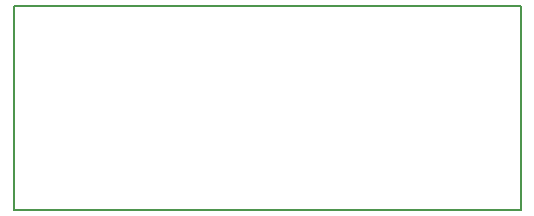
<source format=gm1>
G04 #@! TF.GenerationSoftware,KiCad,Pcbnew,(5.1.5)-1*
G04 #@! TF.CreationDate,2020-06-21T00:53:38+02:00*
G04 #@! TF.ProjectId,MP2611,4d503236-3131-42e6-9b69-6361645f7063,rev?*
G04 #@! TF.SameCoordinates,Original*
G04 #@! TF.FileFunction,Profile,NP*
%FSLAX45Y45*%
G04 Gerber Fmt 4.5, Leading zero omitted, Abs format (unit mm)*
G04 Created by KiCad (PCBNEW (5.1.5)-1) date 2020-06-21 00:53:38*
%MOMM*%
%LPD*%
G04 APERTURE LIST*
%ADD10C,0.150000*%
G04 APERTURE END LIST*
D10*
X8763000Y-6858000D02*
X13055600Y-6858000D01*
X13055600Y-5130800D02*
X8763000Y-5130800D01*
X13055600Y-6858000D02*
X13055600Y-5130800D01*
X8763000Y-5130800D02*
X8763000Y-6858000D01*
M02*

</source>
